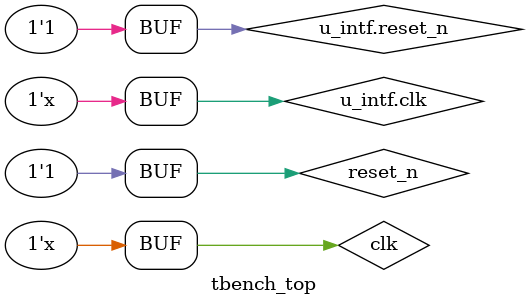
<source format=sv>
`timescale 1ns/1ps
`include "interface.sv"

//-------------------------[NOTE]---------------------------------
//Particular testcase can be run by uncommenting, and commenting the rest
`include "random_test.sv"
//`include "directed_test.sv"
//----------------------------------------------------------------

module tbench_top;  
  
  //creatinng instance of interface, inorder to connect DUT and testcase
  intf u_intf();
  
  //Testcase instance, interface handle is passed to test as an argument
  test t1(u_intf);
  
  //DUT instance, interface signals are connected to the DUT ports
  uart uart_0(
     .clk         (u_intf.clk)
    ,.reset_n     (u_intf.reset_n)
    ,.rx          (u_intf.tx)
    ,.cts_n       ('0)
    ,.tx          (u_intf.rx)
    ,.rts_n       (u_intf.cts_n)
    ,.tx_data     ('0)
    ,.data_bit_num(u_intf.data_bit_num)
    ,.stop_bit_num(u_intf.stop_bit_num)
    ,.parity_en   (u_intf.parity_en)
    ,.parity_type (u_intf.parity_type)
    ,.start_tx    ('0)
    ,.rx_data     (u_intf.rx_data)
    ,.tx_done     (u_intf.tx_done)
    ,.rx_done     (u_intf.rx_done)
    ,.parity_error(u_intf.parity_error)
  );
  
  logic clk;
  logic reset_n;

  always #10ns clk = ~clk;

  assign u_intf.clk = clk;
  assign u_intf.reset_n = reset_n;
  
  initial begin
    $display("Start testbench");
    clk = 1;
    reset_n = 1;
    #20ns;
    reset_n = 0;
    #40ns;
    reset_n = 1;
  end
  
  //enabling the wave dump
  initial begin 
    //$dumpfile("dump.vcd"); $dumpvars;
  end
endmodule
</source>
